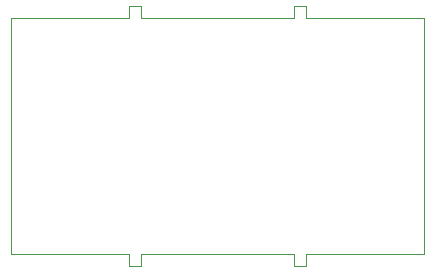
<source format=gbr>
%TF.GenerationSoftware,KiCad,Pcbnew,(5.1.9)-1*%
%TF.CreationDate,2021-05-29T14:53:35+02:00*%
%TF.ProjectId,Speed_sensor,53706565-645f-4736-956e-736f722e6b69,1.0*%
%TF.SameCoordinates,Original*%
%TF.FileFunction,Profile,NP*%
%FSLAX46Y46*%
G04 Gerber Fmt 4.6, Leading zero omitted, Abs format (unit mm)*
G04 Created by KiCad (PCBNEW (5.1.9)-1) date 2021-05-29 14:53:35*
%MOMM*%
%LPD*%
G01*
G04 APERTURE LIST*
%TA.AperFunction,Profile*%
%ADD10C,0.050000*%
%TD*%
G04 APERTURE END LIST*
D10*
X44140000Y-36350000D02*
X57140000Y-36350000D01*
X44140000Y-35350000D02*
X44140000Y-36350000D01*
X43140000Y-36350000D02*
X43140000Y-35350000D01*
X43140000Y-35350000D02*
X44140000Y-35350000D01*
X58140000Y-36350000D02*
X68142000Y-36350000D01*
X58140000Y-35350000D02*
X58140000Y-36350000D01*
X57140000Y-36350000D02*
X57140000Y-35350000D01*
X57140000Y-35350000D02*
X58140000Y-35350000D01*
X57140000Y-56350000D02*
X44140000Y-56350000D01*
X57140000Y-57350000D02*
X57140000Y-56350000D01*
X58140000Y-56350000D02*
X58140000Y-57350000D01*
X58140000Y-57350000D02*
X57140000Y-57350000D01*
X44140000Y-56350000D02*
X44140000Y-57350000D01*
X44140000Y-57350000D02*
X43140000Y-57350000D01*
X43140000Y-57350000D02*
X43140000Y-56350000D01*
X43140000Y-56350000D02*
X33142000Y-56350000D01*
X33142000Y-56350000D02*
X33142000Y-36350000D01*
X68142000Y-56350000D02*
X58140000Y-56350000D01*
X68142000Y-36350000D02*
X68142000Y-56350000D01*
X33142000Y-36350000D02*
X43140000Y-36350000D01*
M02*

</source>
